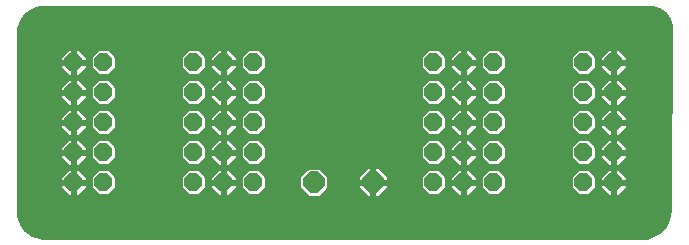
<source format=gbl>
G75*
%MOIN*%
%OFA0B0*%
%FSLAX25Y25*%
%IPPOS*%
%LPD*%
%AMOC8*
5,1,8,0,0,1.08239X$1,22.5*
%
%ADD10OC8,0.06000*%
%ADD11OC8,0.07050*%
%ADD12C,0.01000*%
D10*
X0021500Y0021500D03*
X0031500Y0021500D03*
X0031500Y0031500D03*
X0021500Y0031500D03*
X0021500Y0041500D03*
X0031500Y0041500D03*
X0031500Y0051500D03*
X0021500Y0051500D03*
X0021500Y0061500D03*
X0031500Y0061500D03*
X0061500Y0061500D03*
X0071500Y0061500D03*
X0081500Y0061500D03*
X0081500Y0051500D03*
X0071500Y0051500D03*
X0061500Y0051500D03*
X0061500Y0041500D03*
X0071500Y0041500D03*
X0081500Y0041500D03*
X0081500Y0031500D03*
X0071500Y0031500D03*
X0061500Y0031500D03*
X0061500Y0021500D03*
X0071500Y0021500D03*
X0081500Y0021500D03*
X0141500Y0021500D03*
X0151500Y0021500D03*
X0161500Y0021500D03*
X0161500Y0031500D03*
X0151500Y0031500D03*
X0141500Y0031500D03*
X0141500Y0041500D03*
X0151500Y0041500D03*
X0161500Y0041500D03*
X0161500Y0051500D03*
X0151500Y0051500D03*
X0141500Y0051500D03*
X0141500Y0061500D03*
X0151500Y0061500D03*
X0161500Y0061500D03*
X0191500Y0061500D03*
X0201500Y0061500D03*
X0201500Y0051500D03*
X0191500Y0051500D03*
X0191500Y0041500D03*
X0201500Y0041500D03*
X0201500Y0031500D03*
X0191500Y0031500D03*
X0191500Y0021500D03*
X0201500Y0021500D03*
D11*
X0121343Y0021500D03*
X0101657Y0021500D03*
D12*
X0007641Y0003926D02*
X0005490Y0005490D01*
X0003926Y0007641D01*
X0003105Y0010170D01*
X0003000Y0011500D01*
X0003000Y0071500D01*
X0003104Y0072824D01*
X0003922Y0075341D01*
X0005478Y0077483D01*
X0007620Y0079038D01*
X0010137Y0079856D01*
X0011461Y0079961D01*
X0213500Y0079961D01*
X0214626Y0079872D01*
X0216769Y0079176D01*
X0218592Y0077852D01*
X0219916Y0076029D01*
X0220612Y0073886D01*
X0220701Y0072761D01*
X0220205Y0015643D01*
X0220101Y0015480D01*
X0220199Y0015042D01*
X0220195Y0014593D01*
X0220291Y0014496D01*
X0220457Y0013324D01*
X0220162Y0010217D01*
X0218922Y0007353D01*
X0216857Y0005012D01*
X0214170Y0003424D01*
X0212790Y0003000D01*
X0011500Y0003000D01*
X0010170Y0003105D01*
X0007641Y0003926D01*
X0006848Y0004503D02*
X0215996Y0004503D01*
X0217289Y0005501D02*
X0005481Y0005501D01*
X0004755Y0006500D02*
X0218170Y0006500D01*
X0218985Y0007499D02*
X0004030Y0007499D01*
X0003648Y0008497D02*
X0219417Y0008497D01*
X0219850Y0009496D02*
X0003324Y0009496D01*
X0003079Y0010494D02*
X0220188Y0010494D01*
X0220283Y0011493D02*
X0003001Y0011493D01*
X0003000Y0012491D02*
X0220378Y0012491D01*
X0220433Y0013490D02*
X0003000Y0013490D01*
X0003000Y0014488D02*
X0220292Y0014488D01*
X0220105Y0015487D02*
X0003000Y0015487D01*
X0003000Y0016485D02*
X0119251Y0016485D01*
X0119261Y0016475D02*
X0116318Y0019419D01*
X0116318Y0021000D01*
X0120842Y0021000D01*
X0120842Y0022000D01*
X0116318Y0022000D01*
X0116318Y0023581D01*
X0119261Y0026525D01*
X0120843Y0026525D01*
X0120843Y0022000D01*
X0121842Y0022000D01*
X0121842Y0026525D01*
X0123424Y0026525D01*
X0126368Y0023581D01*
X0126368Y0022000D01*
X0121843Y0022000D01*
X0121843Y0021000D01*
X0126367Y0021000D01*
X0126368Y0019419D01*
X0123424Y0016475D01*
X0121842Y0016475D01*
X0121842Y0021000D01*
X0120843Y0021000D01*
X0120843Y0016475D01*
X0119261Y0016475D01*
X0120843Y0016485D02*
X0121842Y0016485D01*
X0123434Y0016485D02*
X0220212Y0016485D01*
X0220221Y0017484D02*
X0203848Y0017484D01*
X0203364Y0017000D02*
X0202000Y0017000D01*
X0202000Y0021000D01*
X0202000Y0022000D01*
X0201000Y0022000D01*
X0201000Y0026000D01*
X0199636Y0026000D01*
X0197000Y0023364D01*
X0197000Y0022000D01*
X0201000Y0022000D01*
X0201000Y0021000D01*
X0197000Y0021000D01*
X0197000Y0019636D01*
X0199636Y0017000D01*
X0201000Y0017000D01*
X0201000Y0021000D01*
X0202000Y0021000D01*
X0206000Y0021000D01*
X0206000Y0019636D01*
X0203364Y0017000D01*
X0202000Y0017484D02*
X0201000Y0017484D01*
X0201000Y0018482D02*
X0202000Y0018482D01*
X0202000Y0019481D02*
X0201000Y0019481D01*
X0201000Y0020479D02*
X0202000Y0020479D01*
X0202000Y0021478D02*
X0220255Y0021478D01*
X0220247Y0020479D02*
X0206000Y0020479D01*
X0205845Y0019481D02*
X0220238Y0019481D01*
X0220229Y0018482D02*
X0204846Y0018482D01*
X0199152Y0017484D02*
X0193565Y0017484D01*
X0193281Y0017200D02*
X0195800Y0019719D01*
X0195800Y0023281D01*
X0193281Y0025800D01*
X0189719Y0025800D01*
X0187200Y0023281D01*
X0187200Y0019719D01*
X0189719Y0017200D01*
X0193281Y0017200D01*
X0194563Y0018482D02*
X0198154Y0018482D01*
X0197155Y0019481D02*
X0195562Y0019481D01*
X0195800Y0020479D02*
X0197000Y0020479D01*
X0195800Y0021478D02*
X0201000Y0021478D01*
X0202000Y0022000D02*
X0202000Y0026000D01*
X0203364Y0026000D01*
X0206000Y0023364D01*
X0206000Y0022000D01*
X0202000Y0022000D01*
X0202000Y0022476D02*
X0201000Y0022476D01*
X0201000Y0023475D02*
X0202000Y0023475D01*
X0202000Y0024473D02*
X0201000Y0024473D01*
X0201000Y0025472D02*
X0202000Y0025472D01*
X0203892Y0025472D02*
X0220290Y0025472D01*
X0220299Y0026470D02*
X0123479Y0026470D01*
X0124477Y0025472D02*
X0139391Y0025472D01*
X0139719Y0025800D02*
X0137200Y0023281D01*
X0137200Y0019719D01*
X0139719Y0017200D01*
X0143281Y0017200D01*
X0145800Y0019719D01*
X0145800Y0023281D01*
X0143281Y0025800D01*
X0139719Y0025800D01*
X0139719Y0027200D02*
X0143281Y0027200D01*
X0145800Y0029719D01*
X0145800Y0033281D01*
X0143281Y0035800D01*
X0139719Y0035800D01*
X0137200Y0033281D01*
X0137200Y0029719D01*
X0139719Y0027200D01*
X0139450Y0027469D02*
X0083550Y0027469D01*
X0083281Y0027200D02*
X0085800Y0029719D01*
X0085800Y0033281D01*
X0083281Y0035800D01*
X0079719Y0035800D01*
X0077200Y0033281D01*
X0077200Y0029719D01*
X0079719Y0027200D01*
X0083281Y0027200D01*
X0083281Y0025800D02*
X0079719Y0025800D01*
X0077200Y0023281D01*
X0077200Y0019719D01*
X0079719Y0017200D01*
X0083281Y0017200D01*
X0085800Y0019719D01*
X0085800Y0023281D01*
X0083281Y0025800D01*
X0083609Y0025472D02*
X0098806Y0025472D01*
X0099659Y0026325D02*
X0096832Y0023499D01*
X0096832Y0019501D01*
X0099659Y0016675D01*
X0103656Y0016675D01*
X0106482Y0019501D01*
X0106482Y0023499D01*
X0103656Y0026325D01*
X0099659Y0026325D01*
X0097807Y0024473D02*
X0084608Y0024473D01*
X0085606Y0023475D02*
X0096832Y0023475D01*
X0096832Y0022476D02*
X0085800Y0022476D01*
X0085800Y0021478D02*
X0096832Y0021478D01*
X0096832Y0020479D02*
X0085800Y0020479D01*
X0085562Y0019481D02*
X0096853Y0019481D01*
X0097852Y0018482D02*
X0084563Y0018482D01*
X0083565Y0017484D02*
X0098850Y0017484D01*
X0104465Y0017484D02*
X0118252Y0017484D01*
X0117254Y0018482D02*
X0105463Y0018482D01*
X0106462Y0019481D02*
X0116318Y0019481D01*
X0116318Y0020479D02*
X0106482Y0020479D01*
X0106482Y0021478D02*
X0120842Y0021478D01*
X0120843Y0020479D02*
X0121842Y0020479D01*
X0121842Y0019481D02*
X0120843Y0019481D01*
X0120843Y0018482D02*
X0121842Y0018482D01*
X0121842Y0017484D02*
X0120843Y0017484D01*
X0124433Y0017484D02*
X0139435Y0017484D01*
X0138437Y0018482D02*
X0125431Y0018482D01*
X0126368Y0019481D02*
X0137438Y0019481D01*
X0137200Y0020479D02*
X0126368Y0020479D01*
X0121843Y0021478D02*
X0137200Y0021478D01*
X0137200Y0022476D02*
X0126368Y0022476D01*
X0126368Y0023475D02*
X0137394Y0023475D01*
X0138392Y0024473D02*
X0125476Y0024473D01*
X0121842Y0024473D02*
X0120843Y0024473D01*
X0120843Y0023475D02*
X0121842Y0023475D01*
X0121842Y0022476D02*
X0120843Y0022476D01*
X0117209Y0024473D02*
X0105508Y0024473D01*
X0106482Y0023475D02*
X0116318Y0023475D01*
X0116318Y0022476D02*
X0106482Y0022476D01*
X0104509Y0025472D02*
X0118208Y0025472D01*
X0119206Y0026470D02*
X0003000Y0026470D01*
X0003000Y0025472D02*
X0019108Y0025472D01*
X0019636Y0026000D02*
X0017000Y0023364D01*
X0017000Y0022000D01*
X0021000Y0022000D01*
X0021000Y0026000D01*
X0019636Y0026000D01*
X0019636Y0027000D02*
X0017000Y0029636D01*
X0017000Y0031000D01*
X0021000Y0031000D01*
X0021000Y0032000D01*
X0021000Y0036000D01*
X0019636Y0036000D01*
X0017000Y0033364D01*
X0017000Y0032000D01*
X0021000Y0032000D01*
X0022000Y0032000D01*
X0022000Y0036000D01*
X0023364Y0036000D01*
X0026000Y0033364D01*
X0026000Y0032000D01*
X0022000Y0032000D01*
X0022000Y0031000D01*
X0026000Y0031000D01*
X0026000Y0029636D01*
X0023364Y0027000D01*
X0022000Y0027000D01*
X0022000Y0031000D01*
X0021000Y0031000D01*
X0021000Y0027000D01*
X0019636Y0027000D01*
X0019167Y0027469D02*
X0003000Y0027469D01*
X0003000Y0028467D02*
X0018169Y0028467D01*
X0017170Y0029466D02*
X0003000Y0029466D01*
X0003000Y0030464D02*
X0017000Y0030464D01*
X0021000Y0030464D02*
X0022000Y0030464D01*
X0022000Y0029466D02*
X0021000Y0029466D01*
X0021000Y0028467D02*
X0022000Y0028467D01*
X0022000Y0027469D02*
X0021000Y0027469D01*
X0023833Y0027469D02*
X0029450Y0027469D01*
X0029719Y0027200D02*
X0033281Y0027200D01*
X0035800Y0029719D01*
X0035800Y0033281D01*
X0033281Y0035800D01*
X0029719Y0035800D01*
X0027200Y0033281D01*
X0027200Y0029719D01*
X0029719Y0027200D01*
X0029719Y0025800D02*
X0027200Y0023281D01*
X0027200Y0019719D01*
X0029719Y0017200D01*
X0033281Y0017200D01*
X0035800Y0019719D01*
X0035800Y0023281D01*
X0033281Y0025800D01*
X0029719Y0025800D01*
X0029391Y0025472D02*
X0023892Y0025472D01*
X0023364Y0026000D02*
X0022000Y0026000D01*
X0022000Y0022000D01*
X0021000Y0022000D01*
X0021000Y0021000D01*
X0017000Y0021000D01*
X0017000Y0019636D01*
X0019636Y0017000D01*
X0021000Y0017000D01*
X0021000Y0021000D01*
X0022000Y0021000D01*
X0022000Y0022000D01*
X0026000Y0022000D01*
X0026000Y0023364D01*
X0023364Y0026000D01*
X0022000Y0025472D02*
X0021000Y0025472D01*
X0021000Y0024473D02*
X0022000Y0024473D01*
X0022000Y0023475D02*
X0021000Y0023475D01*
X0021000Y0022476D02*
X0022000Y0022476D01*
X0022000Y0021478D02*
X0027200Y0021478D01*
X0027200Y0020479D02*
X0026000Y0020479D01*
X0026000Y0021000D02*
X0026000Y0019636D01*
X0023364Y0017000D01*
X0022000Y0017000D01*
X0022000Y0021000D01*
X0026000Y0021000D01*
X0026000Y0022476D02*
X0027200Y0022476D01*
X0027394Y0023475D02*
X0025889Y0023475D01*
X0024891Y0024473D02*
X0028392Y0024473D01*
X0033609Y0025472D02*
X0059391Y0025472D01*
X0059719Y0025800D02*
X0057200Y0023281D01*
X0057200Y0019719D01*
X0059719Y0017200D01*
X0063281Y0017200D01*
X0065800Y0019719D01*
X0065800Y0023281D01*
X0063281Y0025800D01*
X0059719Y0025800D01*
X0059719Y0027200D02*
X0063281Y0027200D01*
X0065800Y0029719D01*
X0065800Y0033281D01*
X0063281Y0035800D01*
X0059719Y0035800D01*
X0057200Y0033281D01*
X0057200Y0029719D01*
X0059719Y0027200D01*
X0059450Y0027469D02*
X0033550Y0027469D01*
X0034548Y0028467D02*
X0058452Y0028467D01*
X0057453Y0029466D02*
X0035547Y0029466D01*
X0035800Y0030464D02*
X0057200Y0030464D01*
X0057200Y0031463D02*
X0035800Y0031463D01*
X0035800Y0032461D02*
X0057200Y0032461D01*
X0057379Y0033460D02*
X0035621Y0033460D01*
X0034623Y0034458D02*
X0058377Y0034458D01*
X0059376Y0035457D02*
X0033624Y0035457D01*
X0033281Y0037200D02*
X0029719Y0037200D01*
X0027200Y0039719D01*
X0027200Y0043281D01*
X0029719Y0045800D01*
X0033281Y0045800D01*
X0035800Y0043281D01*
X0035800Y0039719D01*
X0033281Y0037200D01*
X0033535Y0037454D02*
X0059465Y0037454D01*
X0059719Y0037200D02*
X0063281Y0037200D01*
X0065800Y0039719D01*
X0065800Y0043281D01*
X0063281Y0045800D01*
X0059719Y0045800D01*
X0057200Y0043281D01*
X0057200Y0039719D01*
X0059719Y0037200D01*
X0058467Y0038452D02*
X0034533Y0038452D01*
X0035532Y0039451D02*
X0057468Y0039451D01*
X0057200Y0040449D02*
X0035800Y0040449D01*
X0035800Y0041448D02*
X0057200Y0041448D01*
X0057200Y0042446D02*
X0035800Y0042446D01*
X0035636Y0043445D02*
X0057364Y0043445D01*
X0058362Y0044443D02*
X0034638Y0044443D01*
X0033639Y0045442D02*
X0059361Y0045442D01*
X0059719Y0047200D02*
X0063281Y0047200D01*
X0065800Y0049719D01*
X0065800Y0053281D01*
X0063281Y0055800D01*
X0059719Y0055800D01*
X0057200Y0053281D01*
X0057200Y0049719D01*
X0059719Y0047200D01*
X0059480Y0047439D02*
X0033520Y0047439D01*
X0033281Y0047200D02*
X0035800Y0049719D01*
X0035800Y0053281D01*
X0033281Y0055800D01*
X0029719Y0055800D01*
X0027200Y0053281D01*
X0027200Y0049719D01*
X0029719Y0047200D01*
X0033281Y0047200D01*
X0029480Y0047439D02*
X0023803Y0047439D01*
X0023364Y0047000D02*
X0022000Y0047000D01*
X0022000Y0051000D01*
X0022000Y0052000D01*
X0021000Y0052000D01*
X0021000Y0056000D01*
X0019636Y0056000D01*
X0017000Y0053364D01*
X0017000Y0052000D01*
X0021000Y0052000D01*
X0021000Y0051000D01*
X0017000Y0051000D01*
X0017000Y0049636D01*
X0019636Y0047000D01*
X0021000Y0047000D01*
X0021000Y0051000D01*
X0022000Y0051000D01*
X0026000Y0051000D01*
X0026000Y0049636D01*
X0023364Y0047000D01*
X0023364Y0046000D02*
X0022000Y0046000D01*
X0022000Y0042000D01*
X0021000Y0042000D01*
X0021000Y0046000D01*
X0019636Y0046000D01*
X0017000Y0043364D01*
X0017000Y0042000D01*
X0021000Y0042000D01*
X0021000Y0041000D01*
X0017000Y0041000D01*
X0017000Y0039636D01*
X0019636Y0037000D01*
X0021000Y0037000D01*
X0021000Y0041000D01*
X0022000Y0041000D01*
X0022000Y0042000D01*
X0026000Y0042000D01*
X0026000Y0043364D01*
X0023364Y0046000D01*
X0023922Y0045442D02*
X0029361Y0045442D01*
X0028362Y0044443D02*
X0024921Y0044443D01*
X0025919Y0043445D02*
X0027364Y0043445D01*
X0027200Y0042446D02*
X0026000Y0042446D01*
X0026000Y0041000D02*
X0022000Y0041000D01*
X0022000Y0037000D01*
X0023364Y0037000D01*
X0026000Y0039636D01*
X0026000Y0041000D01*
X0026000Y0040449D02*
X0027200Y0040449D01*
X0027200Y0041448D02*
X0022000Y0041448D01*
X0022000Y0040449D02*
X0021000Y0040449D01*
X0021000Y0039451D02*
X0022000Y0039451D01*
X0022000Y0038452D02*
X0021000Y0038452D01*
X0021000Y0037454D02*
X0022000Y0037454D01*
X0023818Y0037454D02*
X0029465Y0037454D01*
X0028467Y0038452D02*
X0024816Y0038452D01*
X0025815Y0039451D02*
X0027468Y0039451D01*
X0021000Y0041448D02*
X0003000Y0041448D01*
X0003000Y0040449D02*
X0017000Y0040449D01*
X0017185Y0039451D02*
X0003000Y0039451D01*
X0003000Y0038452D02*
X0018184Y0038452D01*
X0019182Y0037454D02*
X0003000Y0037454D01*
X0003000Y0036455D02*
X0220385Y0036455D01*
X0220377Y0035457D02*
X0203907Y0035457D01*
X0203364Y0036000D02*
X0202000Y0036000D01*
X0202000Y0032000D01*
X0201000Y0032000D01*
X0201000Y0036000D01*
X0199636Y0036000D01*
X0197000Y0033364D01*
X0197000Y0032000D01*
X0201000Y0032000D01*
X0201000Y0031000D01*
X0197000Y0031000D01*
X0197000Y0029636D01*
X0199636Y0027000D01*
X0201000Y0027000D01*
X0201000Y0031000D01*
X0202000Y0031000D01*
X0202000Y0032000D01*
X0206000Y0032000D01*
X0206000Y0033364D01*
X0203364Y0036000D01*
X0203364Y0037000D02*
X0202000Y0037000D01*
X0202000Y0041000D01*
X0202000Y0042000D01*
X0201000Y0042000D01*
X0201000Y0046000D01*
X0199636Y0046000D01*
X0197000Y0043364D01*
X0197000Y0042000D01*
X0201000Y0042000D01*
X0201000Y0041000D01*
X0197000Y0041000D01*
X0197000Y0039636D01*
X0199636Y0037000D01*
X0201000Y0037000D01*
X0201000Y0041000D01*
X0202000Y0041000D01*
X0206000Y0041000D01*
X0206000Y0039636D01*
X0203364Y0037000D01*
X0203818Y0037454D02*
X0220394Y0037454D01*
X0220403Y0038452D02*
X0204816Y0038452D01*
X0205815Y0039451D02*
X0220411Y0039451D01*
X0220420Y0040449D02*
X0206000Y0040449D01*
X0206000Y0042000D02*
X0202000Y0042000D01*
X0202000Y0046000D01*
X0203364Y0046000D01*
X0206000Y0043364D01*
X0206000Y0042000D01*
X0206000Y0042446D02*
X0220437Y0042446D01*
X0220446Y0043445D02*
X0205919Y0043445D01*
X0204921Y0044443D02*
X0220455Y0044443D01*
X0220463Y0045442D02*
X0203922Y0045442D01*
X0202000Y0045442D02*
X0201000Y0045442D01*
X0201000Y0044443D02*
X0202000Y0044443D01*
X0202000Y0043445D02*
X0201000Y0043445D01*
X0201000Y0042446D02*
X0202000Y0042446D01*
X0202000Y0041448D02*
X0220429Y0041448D01*
X0220472Y0046440D02*
X0003000Y0046440D01*
X0003000Y0045442D02*
X0019078Y0045442D01*
X0018079Y0044443D02*
X0003000Y0044443D01*
X0003000Y0043445D02*
X0017081Y0043445D01*
X0017000Y0042446D02*
X0003000Y0042446D01*
X0003000Y0047439D02*
X0019197Y0047439D01*
X0018199Y0048437D02*
X0003000Y0048437D01*
X0003000Y0049436D02*
X0017200Y0049436D01*
X0017000Y0050434D02*
X0003000Y0050434D01*
X0003000Y0051433D02*
X0021000Y0051433D01*
X0021000Y0050434D02*
X0022000Y0050434D01*
X0022000Y0049436D02*
X0021000Y0049436D01*
X0021000Y0048437D02*
X0022000Y0048437D01*
X0022000Y0047439D02*
X0021000Y0047439D01*
X0024801Y0048437D02*
X0028481Y0048437D01*
X0027483Y0049436D02*
X0025800Y0049436D01*
X0026000Y0050434D02*
X0027200Y0050434D01*
X0027200Y0051433D02*
X0022000Y0051433D01*
X0022000Y0052000D02*
X0026000Y0052000D01*
X0026000Y0053364D01*
X0023364Y0056000D01*
X0022000Y0056000D01*
X0022000Y0052000D01*
X0022000Y0052432D02*
X0021000Y0052432D01*
X0021000Y0053430D02*
X0022000Y0053430D01*
X0022000Y0054429D02*
X0021000Y0054429D01*
X0021000Y0055427D02*
X0022000Y0055427D01*
X0023937Y0055427D02*
X0029346Y0055427D01*
X0028347Y0054429D02*
X0024935Y0054429D01*
X0025934Y0053430D02*
X0027349Y0053430D01*
X0027200Y0052432D02*
X0026000Y0052432D01*
X0019063Y0055427D02*
X0003000Y0055427D01*
X0003000Y0054429D02*
X0018065Y0054429D01*
X0017066Y0053430D02*
X0003000Y0053430D01*
X0003000Y0052432D02*
X0017000Y0052432D01*
X0019636Y0057000D02*
X0017000Y0059636D01*
X0017000Y0061000D01*
X0021000Y0061000D01*
X0021000Y0062000D01*
X0021000Y0066000D01*
X0019636Y0066000D01*
X0017000Y0063364D01*
X0017000Y0062000D01*
X0021000Y0062000D01*
X0022000Y0062000D01*
X0022000Y0066000D01*
X0023364Y0066000D01*
X0026000Y0063364D01*
X0026000Y0062000D01*
X0022000Y0062000D01*
X0022000Y0061000D01*
X0026000Y0061000D01*
X0026000Y0059636D01*
X0023364Y0057000D01*
X0022000Y0057000D01*
X0022000Y0061000D01*
X0021000Y0061000D01*
X0021000Y0057000D01*
X0019636Y0057000D01*
X0019212Y0057424D02*
X0003000Y0057424D01*
X0003000Y0058423D02*
X0018213Y0058423D01*
X0017215Y0059421D02*
X0003000Y0059421D01*
X0003000Y0060420D02*
X0017000Y0060420D01*
X0021000Y0060420D02*
X0022000Y0060420D01*
X0022000Y0061418D02*
X0027200Y0061418D01*
X0027200Y0060420D02*
X0026000Y0060420D01*
X0025785Y0059421D02*
X0027498Y0059421D01*
X0027200Y0059719D02*
X0029719Y0057200D01*
X0033281Y0057200D01*
X0035800Y0059719D01*
X0035800Y0063281D01*
X0033281Y0065800D01*
X0029719Y0065800D01*
X0027200Y0063281D01*
X0027200Y0059719D01*
X0028496Y0058423D02*
X0024787Y0058423D01*
X0023788Y0057424D02*
X0029495Y0057424D01*
X0033505Y0057424D02*
X0059495Y0057424D01*
X0059719Y0057200D02*
X0063281Y0057200D01*
X0065800Y0059719D01*
X0065800Y0063281D01*
X0063281Y0065800D01*
X0059719Y0065800D01*
X0057200Y0063281D01*
X0057200Y0059719D01*
X0059719Y0057200D01*
X0058496Y0058423D02*
X0034504Y0058423D01*
X0035502Y0059421D02*
X0057498Y0059421D01*
X0057200Y0060420D02*
X0035800Y0060420D01*
X0035800Y0061418D02*
X0057200Y0061418D01*
X0057200Y0062417D02*
X0035800Y0062417D01*
X0035666Y0063415D02*
X0057334Y0063415D01*
X0058333Y0064414D02*
X0034667Y0064414D01*
X0033669Y0065412D02*
X0059331Y0065412D01*
X0063669Y0065412D02*
X0069048Y0065412D01*
X0069636Y0066000D02*
X0067000Y0063364D01*
X0067000Y0062000D01*
X0071000Y0062000D01*
X0071000Y0066000D01*
X0069636Y0066000D01*
X0071000Y0065412D02*
X0072000Y0065412D01*
X0072000Y0066000D02*
X0073364Y0066000D01*
X0076000Y0063364D01*
X0076000Y0062000D01*
X0072000Y0062000D01*
X0072000Y0061000D01*
X0076000Y0061000D01*
X0076000Y0059636D01*
X0073364Y0057000D01*
X0072000Y0057000D01*
X0072000Y0061000D01*
X0071000Y0061000D01*
X0071000Y0057000D01*
X0069636Y0057000D01*
X0067000Y0059636D01*
X0067000Y0061000D01*
X0071000Y0061000D01*
X0071000Y0062000D01*
X0072000Y0062000D01*
X0072000Y0066000D01*
X0073952Y0065412D02*
X0079331Y0065412D01*
X0079719Y0065800D02*
X0077200Y0063281D01*
X0077200Y0059719D01*
X0079719Y0057200D01*
X0083281Y0057200D01*
X0085800Y0059719D01*
X0085800Y0063281D01*
X0083281Y0065800D01*
X0079719Y0065800D01*
X0078333Y0064414D02*
X0074950Y0064414D01*
X0075949Y0063415D02*
X0077334Y0063415D01*
X0077200Y0062417D02*
X0076000Y0062417D01*
X0077200Y0061418D02*
X0072000Y0061418D01*
X0072000Y0060420D02*
X0071000Y0060420D01*
X0071000Y0061418D02*
X0065800Y0061418D01*
X0065800Y0060420D02*
X0067000Y0060420D01*
X0067215Y0059421D02*
X0065502Y0059421D01*
X0064504Y0058423D02*
X0068213Y0058423D01*
X0069212Y0057424D02*
X0063505Y0057424D01*
X0063654Y0055427D02*
X0069063Y0055427D01*
X0069636Y0056000D02*
X0067000Y0053364D01*
X0067000Y0052000D01*
X0071000Y0052000D01*
X0071000Y0056000D01*
X0069636Y0056000D01*
X0071000Y0055427D02*
X0072000Y0055427D01*
X0072000Y0056000D02*
X0073364Y0056000D01*
X0076000Y0053364D01*
X0076000Y0052000D01*
X0072000Y0052000D01*
X0072000Y0051000D01*
X0076000Y0051000D01*
X0076000Y0049636D01*
X0073364Y0047000D01*
X0072000Y0047000D01*
X0072000Y0051000D01*
X0071000Y0051000D01*
X0071000Y0047000D01*
X0069636Y0047000D01*
X0067000Y0049636D01*
X0067000Y0051000D01*
X0071000Y0051000D01*
X0071000Y0052000D01*
X0072000Y0052000D01*
X0072000Y0056000D01*
X0073937Y0055427D02*
X0079346Y0055427D01*
X0079719Y0055800D02*
X0077200Y0053281D01*
X0077200Y0049719D01*
X0079719Y0047200D01*
X0083281Y0047200D01*
X0085800Y0049719D01*
X0085800Y0053281D01*
X0083281Y0055800D01*
X0079719Y0055800D01*
X0079495Y0057424D02*
X0073788Y0057424D01*
X0074787Y0058423D02*
X0078496Y0058423D01*
X0077498Y0059421D02*
X0075785Y0059421D01*
X0076000Y0060420D02*
X0077200Y0060420D01*
X0072000Y0059421D02*
X0071000Y0059421D01*
X0071000Y0058423D02*
X0072000Y0058423D01*
X0072000Y0057424D02*
X0071000Y0057424D01*
X0071000Y0054429D02*
X0072000Y0054429D01*
X0072000Y0053430D02*
X0071000Y0053430D01*
X0071000Y0052432D02*
X0072000Y0052432D01*
X0072000Y0051433D02*
X0077200Y0051433D01*
X0077200Y0050434D02*
X0076000Y0050434D01*
X0075800Y0049436D02*
X0077483Y0049436D01*
X0078481Y0048437D02*
X0074801Y0048437D01*
X0073803Y0047439D02*
X0079480Y0047439D01*
X0079719Y0045800D02*
X0077200Y0043281D01*
X0077200Y0039719D01*
X0079719Y0037200D01*
X0083281Y0037200D01*
X0085800Y0039719D01*
X0085800Y0043281D01*
X0083281Y0045800D01*
X0079719Y0045800D01*
X0079361Y0045442D02*
X0073922Y0045442D01*
X0073364Y0046000D02*
X0072000Y0046000D01*
X0072000Y0042000D01*
X0076000Y0042000D01*
X0076000Y0043364D01*
X0073364Y0046000D01*
X0072000Y0045442D02*
X0071000Y0045442D01*
X0071000Y0046000D02*
X0069636Y0046000D01*
X0067000Y0043364D01*
X0067000Y0042000D01*
X0071000Y0042000D01*
X0071000Y0046000D01*
X0069078Y0045442D02*
X0063639Y0045442D01*
X0064638Y0044443D02*
X0068079Y0044443D01*
X0067081Y0043445D02*
X0065636Y0043445D01*
X0065800Y0042446D02*
X0067000Y0042446D01*
X0071000Y0042446D02*
X0072000Y0042446D01*
X0072000Y0042000D02*
X0071000Y0042000D01*
X0071000Y0041000D01*
X0072000Y0041000D01*
X0072000Y0042000D01*
X0072000Y0041448D02*
X0077200Y0041448D01*
X0077200Y0040449D02*
X0076000Y0040449D01*
X0076000Y0041000D02*
X0076000Y0039636D01*
X0073364Y0037000D01*
X0072000Y0037000D01*
X0072000Y0041000D01*
X0076000Y0041000D01*
X0076000Y0042446D02*
X0077200Y0042446D01*
X0077364Y0043445D02*
X0075919Y0043445D01*
X0074921Y0044443D02*
X0078362Y0044443D01*
X0083639Y0045442D02*
X0139361Y0045442D01*
X0139719Y0045800D02*
X0137200Y0043281D01*
X0137200Y0039719D01*
X0139719Y0037200D01*
X0143281Y0037200D01*
X0145800Y0039719D01*
X0145800Y0043281D01*
X0143281Y0045800D01*
X0139719Y0045800D01*
X0139719Y0047200D02*
X0143281Y0047200D01*
X0145800Y0049719D01*
X0145800Y0053281D01*
X0143281Y0055800D01*
X0139719Y0055800D01*
X0137200Y0053281D01*
X0137200Y0049719D01*
X0139719Y0047200D01*
X0139480Y0047439D02*
X0083520Y0047439D01*
X0084519Y0048437D02*
X0138481Y0048437D01*
X0137483Y0049436D02*
X0085517Y0049436D01*
X0085800Y0050434D02*
X0137200Y0050434D01*
X0137200Y0051433D02*
X0085800Y0051433D01*
X0085800Y0052432D02*
X0137200Y0052432D01*
X0137349Y0053430D02*
X0085651Y0053430D01*
X0084653Y0054429D02*
X0138347Y0054429D01*
X0139346Y0055427D02*
X0083654Y0055427D01*
X0078347Y0054429D02*
X0074935Y0054429D01*
X0075934Y0053430D02*
X0077349Y0053430D01*
X0077200Y0052432D02*
X0076000Y0052432D01*
X0072000Y0050434D02*
X0071000Y0050434D01*
X0071000Y0049436D02*
X0072000Y0049436D01*
X0072000Y0048437D02*
X0071000Y0048437D01*
X0071000Y0047439D02*
X0072000Y0047439D01*
X0069197Y0047439D02*
X0063520Y0047439D01*
X0064519Y0048437D02*
X0068199Y0048437D01*
X0067200Y0049436D02*
X0065517Y0049436D01*
X0065800Y0050434D02*
X0067000Y0050434D01*
X0065800Y0051433D02*
X0071000Y0051433D01*
X0067000Y0052432D02*
X0065800Y0052432D01*
X0065651Y0053430D02*
X0067066Y0053430D01*
X0068065Y0054429D02*
X0064653Y0054429D01*
X0059346Y0055427D02*
X0033654Y0055427D01*
X0034653Y0054429D02*
X0058347Y0054429D01*
X0057349Y0053430D02*
X0035651Y0053430D01*
X0035800Y0052432D02*
X0057200Y0052432D01*
X0057200Y0051433D02*
X0035800Y0051433D01*
X0035800Y0050434D02*
X0057200Y0050434D01*
X0057483Y0049436D02*
X0035517Y0049436D01*
X0034519Y0048437D02*
X0058481Y0048437D01*
X0071000Y0044443D02*
X0072000Y0044443D01*
X0072000Y0043445D02*
X0071000Y0043445D01*
X0071000Y0041448D02*
X0065800Y0041448D01*
X0065800Y0040449D02*
X0067000Y0040449D01*
X0067000Y0041000D02*
X0067000Y0039636D01*
X0069636Y0037000D01*
X0071000Y0037000D01*
X0071000Y0041000D01*
X0067000Y0041000D01*
X0071000Y0040449D02*
X0072000Y0040449D01*
X0072000Y0039451D02*
X0071000Y0039451D01*
X0071000Y0038452D02*
X0072000Y0038452D01*
X0072000Y0037454D02*
X0071000Y0037454D01*
X0069182Y0037454D02*
X0063535Y0037454D01*
X0064533Y0038452D02*
X0068184Y0038452D01*
X0067185Y0039451D02*
X0065532Y0039451D01*
X0069636Y0036000D02*
X0067000Y0033364D01*
X0067000Y0032000D01*
X0071000Y0032000D01*
X0071000Y0036000D01*
X0069636Y0036000D01*
X0069093Y0035457D02*
X0063624Y0035457D01*
X0064623Y0034458D02*
X0068094Y0034458D01*
X0067096Y0033460D02*
X0065621Y0033460D01*
X0065800Y0032461D02*
X0067000Y0032461D01*
X0071000Y0032461D02*
X0072000Y0032461D01*
X0072000Y0032000D02*
X0071000Y0032000D01*
X0071000Y0031000D01*
X0072000Y0031000D01*
X0072000Y0032000D01*
X0076000Y0032000D01*
X0076000Y0033364D01*
X0073364Y0036000D01*
X0072000Y0036000D01*
X0072000Y0032000D01*
X0072000Y0031463D02*
X0077200Y0031463D01*
X0077200Y0030464D02*
X0076000Y0030464D01*
X0076000Y0031000D02*
X0076000Y0029636D01*
X0073364Y0027000D01*
X0072000Y0027000D01*
X0072000Y0031000D01*
X0076000Y0031000D01*
X0076000Y0032461D02*
X0077200Y0032461D01*
X0077379Y0033460D02*
X0075904Y0033460D01*
X0074906Y0034458D02*
X0078377Y0034458D01*
X0079376Y0035457D02*
X0073907Y0035457D01*
X0072000Y0035457D02*
X0071000Y0035457D01*
X0071000Y0034458D02*
X0072000Y0034458D01*
X0072000Y0033460D02*
X0071000Y0033460D01*
X0071000Y0031463D02*
X0065800Y0031463D01*
X0065800Y0030464D02*
X0067000Y0030464D01*
X0067000Y0031000D02*
X0067000Y0029636D01*
X0069636Y0027000D01*
X0071000Y0027000D01*
X0071000Y0031000D01*
X0067000Y0031000D01*
X0071000Y0030464D02*
X0072000Y0030464D01*
X0072000Y0029466D02*
X0071000Y0029466D01*
X0071000Y0028467D02*
X0072000Y0028467D01*
X0072000Y0027469D02*
X0071000Y0027469D01*
X0069167Y0027469D02*
X0063550Y0027469D01*
X0064548Y0028467D02*
X0068169Y0028467D01*
X0067170Y0029466D02*
X0065547Y0029466D01*
X0069636Y0026000D02*
X0067000Y0023364D01*
X0067000Y0022000D01*
X0071000Y0022000D01*
X0071000Y0026000D01*
X0069636Y0026000D01*
X0069108Y0025472D02*
X0063609Y0025472D01*
X0064608Y0024473D02*
X0068109Y0024473D01*
X0067111Y0023475D02*
X0065606Y0023475D01*
X0065800Y0022476D02*
X0067000Y0022476D01*
X0071000Y0022476D02*
X0072000Y0022476D01*
X0072000Y0022000D02*
X0071000Y0022000D01*
X0071000Y0021000D01*
X0072000Y0021000D01*
X0072000Y0022000D01*
X0076000Y0022000D01*
X0076000Y0023364D01*
X0073364Y0026000D01*
X0072000Y0026000D01*
X0072000Y0022000D01*
X0072000Y0021478D02*
X0077200Y0021478D01*
X0077200Y0020479D02*
X0076000Y0020479D01*
X0076000Y0021000D02*
X0076000Y0019636D01*
X0073364Y0017000D01*
X0072000Y0017000D01*
X0072000Y0021000D01*
X0076000Y0021000D01*
X0076000Y0022476D02*
X0077200Y0022476D01*
X0077394Y0023475D02*
X0075889Y0023475D01*
X0074891Y0024473D02*
X0078392Y0024473D01*
X0079391Y0025472D02*
X0073892Y0025472D01*
X0072000Y0025472D02*
X0071000Y0025472D01*
X0071000Y0024473D02*
X0072000Y0024473D01*
X0072000Y0023475D02*
X0071000Y0023475D01*
X0071000Y0021478D02*
X0065800Y0021478D01*
X0065800Y0020479D02*
X0067000Y0020479D01*
X0067000Y0021000D02*
X0067000Y0019636D01*
X0069636Y0017000D01*
X0071000Y0017000D01*
X0071000Y0021000D01*
X0067000Y0021000D01*
X0071000Y0020479D02*
X0072000Y0020479D01*
X0072000Y0019481D02*
X0071000Y0019481D01*
X0071000Y0018482D02*
X0072000Y0018482D01*
X0072000Y0017484D02*
X0071000Y0017484D01*
X0069152Y0017484D02*
X0063565Y0017484D01*
X0064563Y0018482D02*
X0068154Y0018482D01*
X0067155Y0019481D02*
X0065562Y0019481D01*
X0059435Y0017484D02*
X0033565Y0017484D01*
X0034563Y0018482D02*
X0058437Y0018482D01*
X0057438Y0019481D02*
X0035562Y0019481D01*
X0035800Y0020479D02*
X0057200Y0020479D01*
X0057200Y0021478D02*
X0035800Y0021478D01*
X0035800Y0022476D02*
X0057200Y0022476D01*
X0057394Y0023475D02*
X0035606Y0023475D01*
X0034608Y0024473D02*
X0058392Y0024473D01*
X0073833Y0027469D02*
X0079450Y0027469D01*
X0078452Y0028467D02*
X0074831Y0028467D01*
X0075830Y0029466D02*
X0077453Y0029466D01*
X0084548Y0028467D02*
X0138452Y0028467D01*
X0137453Y0029466D02*
X0085547Y0029466D01*
X0085800Y0030464D02*
X0137200Y0030464D01*
X0137200Y0031463D02*
X0085800Y0031463D01*
X0085800Y0032461D02*
X0137200Y0032461D01*
X0137379Y0033460D02*
X0085621Y0033460D01*
X0084623Y0034458D02*
X0138377Y0034458D01*
X0139376Y0035457D02*
X0083624Y0035457D01*
X0083535Y0037454D02*
X0139465Y0037454D01*
X0138467Y0038452D02*
X0084533Y0038452D01*
X0085532Y0039451D02*
X0137468Y0039451D01*
X0137200Y0040449D02*
X0085800Y0040449D01*
X0085800Y0041448D02*
X0137200Y0041448D01*
X0137200Y0042446D02*
X0085800Y0042446D01*
X0085636Y0043445D02*
X0137364Y0043445D01*
X0138362Y0044443D02*
X0084638Y0044443D01*
X0077468Y0039451D02*
X0075815Y0039451D01*
X0074816Y0038452D02*
X0078467Y0038452D01*
X0079465Y0037454D02*
X0073818Y0037454D01*
X0029376Y0035457D02*
X0023907Y0035457D01*
X0024906Y0034458D02*
X0028377Y0034458D01*
X0027379Y0033460D02*
X0025904Y0033460D01*
X0026000Y0032461D02*
X0027200Y0032461D01*
X0027200Y0031463D02*
X0022000Y0031463D01*
X0021000Y0031463D02*
X0003000Y0031463D01*
X0003000Y0032461D02*
X0017000Y0032461D01*
X0017096Y0033460D02*
X0003000Y0033460D01*
X0003000Y0034458D02*
X0018094Y0034458D01*
X0019093Y0035457D02*
X0003000Y0035457D01*
X0021000Y0035457D02*
X0022000Y0035457D01*
X0022000Y0034458D02*
X0021000Y0034458D01*
X0021000Y0033460D02*
X0022000Y0033460D01*
X0022000Y0032461D02*
X0021000Y0032461D01*
X0026000Y0030464D02*
X0027200Y0030464D01*
X0027453Y0029466D02*
X0025830Y0029466D01*
X0024831Y0028467D02*
X0028452Y0028467D01*
X0018109Y0024473D02*
X0003000Y0024473D01*
X0003000Y0023475D02*
X0017111Y0023475D01*
X0017000Y0022476D02*
X0003000Y0022476D01*
X0003000Y0021478D02*
X0021000Y0021478D01*
X0021000Y0020479D02*
X0022000Y0020479D01*
X0022000Y0019481D02*
X0021000Y0019481D01*
X0021000Y0018482D02*
X0022000Y0018482D01*
X0022000Y0017484D02*
X0021000Y0017484D01*
X0019152Y0017484D02*
X0003000Y0017484D01*
X0003000Y0018482D02*
X0018154Y0018482D01*
X0017155Y0019481D02*
X0003000Y0019481D01*
X0003000Y0020479D02*
X0017000Y0020479D01*
X0023848Y0017484D02*
X0029435Y0017484D01*
X0028437Y0018482D02*
X0024846Y0018482D01*
X0025845Y0019481D02*
X0027438Y0019481D01*
X0008940Y0003504D02*
X0214306Y0003504D01*
X0189435Y0017484D02*
X0163565Y0017484D01*
X0163281Y0017200D02*
X0165800Y0019719D01*
X0165800Y0023281D01*
X0163281Y0025800D01*
X0159719Y0025800D01*
X0157200Y0023281D01*
X0157200Y0019719D01*
X0159719Y0017200D01*
X0163281Y0017200D01*
X0164563Y0018482D02*
X0188437Y0018482D01*
X0187438Y0019481D02*
X0165562Y0019481D01*
X0165800Y0020479D02*
X0187200Y0020479D01*
X0187200Y0021478D02*
X0165800Y0021478D01*
X0165800Y0022476D02*
X0187200Y0022476D01*
X0187394Y0023475D02*
X0165606Y0023475D01*
X0164608Y0024473D02*
X0188392Y0024473D01*
X0189391Y0025472D02*
X0163609Y0025472D01*
X0163281Y0027200D02*
X0159719Y0027200D01*
X0157200Y0029719D01*
X0157200Y0033281D01*
X0159719Y0035800D01*
X0163281Y0035800D01*
X0165800Y0033281D01*
X0165800Y0029719D01*
X0163281Y0027200D01*
X0163550Y0027469D02*
X0189450Y0027469D01*
X0189719Y0027200D02*
X0193281Y0027200D01*
X0195800Y0029719D01*
X0195800Y0033281D01*
X0193281Y0035800D01*
X0189719Y0035800D01*
X0187200Y0033281D01*
X0187200Y0029719D01*
X0189719Y0027200D01*
X0188452Y0028467D02*
X0164548Y0028467D01*
X0165547Y0029466D02*
X0187453Y0029466D01*
X0187200Y0030464D02*
X0165800Y0030464D01*
X0165800Y0031463D02*
X0187200Y0031463D01*
X0187200Y0032461D02*
X0165800Y0032461D01*
X0165621Y0033460D02*
X0187379Y0033460D01*
X0188377Y0034458D02*
X0164623Y0034458D01*
X0163624Y0035457D02*
X0189376Y0035457D01*
X0189719Y0037200D02*
X0193281Y0037200D01*
X0195800Y0039719D01*
X0195800Y0043281D01*
X0193281Y0045800D01*
X0189719Y0045800D01*
X0187200Y0043281D01*
X0187200Y0039719D01*
X0189719Y0037200D01*
X0189465Y0037454D02*
X0163535Y0037454D01*
X0163281Y0037200D02*
X0165800Y0039719D01*
X0165800Y0043281D01*
X0163281Y0045800D01*
X0159719Y0045800D01*
X0157200Y0043281D01*
X0157200Y0039719D01*
X0159719Y0037200D01*
X0163281Y0037200D01*
X0164533Y0038452D02*
X0188467Y0038452D01*
X0187468Y0039451D02*
X0165532Y0039451D01*
X0165800Y0040449D02*
X0187200Y0040449D01*
X0187200Y0041448D02*
X0165800Y0041448D01*
X0165800Y0042446D02*
X0187200Y0042446D01*
X0187364Y0043445D02*
X0165636Y0043445D01*
X0164638Y0044443D02*
X0188362Y0044443D01*
X0189361Y0045442D02*
X0163639Y0045442D01*
X0163281Y0047200D02*
X0159719Y0047200D01*
X0157200Y0049719D01*
X0157200Y0053281D01*
X0159719Y0055800D01*
X0163281Y0055800D01*
X0165800Y0053281D01*
X0165800Y0049719D01*
X0163281Y0047200D01*
X0163520Y0047439D02*
X0189480Y0047439D01*
X0189719Y0047200D02*
X0193281Y0047200D01*
X0195800Y0049719D01*
X0195800Y0053281D01*
X0193281Y0055800D01*
X0189719Y0055800D01*
X0187200Y0053281D01*
X0187200Y0049719D01*
X0189719Y0047200D01*
X0188481Y0048437D02*
X0164519Y0048437D01*
X0165517Y0049436D02*
X0187483Y0049436D01*
X0187200Y0050434D02*
X0165800Y0050434D01*
X0165800Y0051433D02*
X0187200Y0051433D01*
X0187200Y0052432D02*
X0165800Y0052432D01*
X0165651Y0053430D02*
X0187349Y0053430D01*
X0188347Y0054429D02*
X0164653Y0054429D01*
X0163654Y0055427D02*
X0189346Y0055427D01*
X0189719Y0057200D02*
X0193281Y0057200D01*
X0195800Y0059719D01*
X0195800Y0063281D01*
X0193281Y0065800D01*
X0189719Y0065800D01*
X0187200Y0063281D01*
X0187200Y0059719D01*
X0189719Y0057200D01*
X0189495Y0057424D02*
X0163505Y0057424D01*
X0163281Y0057200D02*
X0165800Y0059719D01*
X0165800Y0063281D01*
X0163281Y0065800D01*
X0159719Y0065800D01*
X0157200Y0063281D01*
X0157200Y0059719D01*
X0159719Y0057200D01*
X0163281Y0057200D01*
X0164504Y0058423D02*
X0188496Y0058423D01*
X0187498Y0059421D02*
X0165502Y0059421D01*
X0165800Y0060420D02*
X0187200Y0060420D01*
X0187200Y0061418D02*
X0165800Y0061418D01*
X0165800Y0062417D02*
X0187200Y0062417D01*
X0187334Y0063415D02*
X0165666Y0063415D01*
X0164667Y0064414D02*
X0188333Y0064414D01*
X0189331Y0065412D02*
X0163669Y0065412D01*
X0159331Y0065412D02*
X0153952Y0065412D01*
X0153364Y0066000D02*
X0152000Y0066000D01*
X0152000Y0062000D01*
X0156000Y0062000D01*
X0156000Y0063364D01*
X0153364Y0066000D01*
X0152000Y0065412D02*
X0151000Y0065412D01*
X0151000Y0066000D02*
X0149636Y0066000D01*
X0147000Y0063364D01*
X0147000Y0062000D01*
X0151000Y0062000D01*
X0151000Y0066000D01*
X0149048Y0065412D02*
X0143669Y0065412D01*
X0143281Y0065800D02*
X0139719Y0065800D01*
X0137200Y0063281D01*
X0137200Y0059719D01*
X0139719Y0057200D01*
X0143281Y0057200D01*
X0145800Y0059719D01*
X0145800Y0063281D01*
X0143281Y0065800D01*
X0144667Y0064414D02*
X0148050Y0064414D01*
X0147051Y0063415D02*
X0145666Y0063415D01*
X0145800Y0062417D02*
X0147000Y0062417D01*
X0147000Y0061000D02*
X0147000Y0059636D01*
X0149636Y0057000D01*
X0151000Y0057000D01*
X0151000Y0061000D01*
X0152000Y0061000D01*
X0152000Y0062000D01*
X0151000Y0062000D01*
X0151000Y0061000D01*
X0147000Y0061000D01*
X0147000Y0060420D02*
X0145800Y0060420D01*
X0145800Y0061418D02*
X0151000Y0061418D01*
X0151000Y0060420D02*
X0152000Y0060420D01*
X0152000Y0061000D02*
X0152000Y0057000D01*
X0153364Y0057000D01*
X0156000Y0059636D01*
X0156000Y0061000D01*
X0152000Y0061000D01*
X0152000Y0061418D02*
X0157200Y0061418D01*
X0157200Y0060420D02*
X0156000Y0060420D01*
X0155785Y0059421D02*
X0157498Y0059421D01*
X0158496Y0058423D02*
X0154787Y0058423D01*
X0153788Y0057424D02*
X0159495Y0057424D01*
X0159346Y0055427D02*
X0153937Y0055427D01*
X0153364Y0056000D02*
X0152000Y0056000D01*
X0152000Y0052000D01*
X0156000Y0052000D01*
X0156000Y0053364D01*
X0153364Y0056000D01*
X0152000Y0055427D02*
X0151000Y0055427D01*
X0151000Y0056000D02*
X0149636Y0056000D01*
X0147000Y0053364D01*
X0147000Y0052000D01*
X0151000Y0052000D01*
X0151000Y0056000D01*
X0149063Y0055427D02*
X0143654Y0055427D01*
X0144653Y0054429D02*
X0148065Y0054429D01*
X0147066Y0053430D02*
X0145651Y0053430D01*
X0145800Y0052432D02*
X0147000Y0052432D01*
X0147000Y0051000D02*
X0147000Y0049636D01*
X0149636Y0047000D01*
X0151000Y0047000D01*
X0151000Y0051000D01*
X0152000Y0051000D01*
X0152000Y0052000D01*
X0151000Y0052000D01*
X0151000Y0051000D01*
X0147000Y0051000D01*
X0147000Y0050434D02*
X0145800Y0050434D01*
X0145800Y0051433D02*
X0151000Y0051433D01*
X0151000Y0050434D02*
X0152000Y0050434D01*
X0152000Y0051000D02*
X0152000Y0047000D01*
X0153364Y0047000D01*
X0156000Y0049636D01*
X0156000Y0051000D01*
X0152000Y0051000D01*
X0152000Y0051433D02*
X0157200Y0051433D01*
X0157200Y0050434D02*
X0156000Y0050434D01*
X0155800Y0049436D02*
X0157483Y0049436D01*
X0158481Y0048437D02*
X0154801Y0048437D01*
X0153803Y0047439D02*
X0159480Y0047439D01*
X0159361Y0045442D02*
X0153922Y0045442D01*
X0153364Y0046000D02*
X0152000Y0046000D01*
X0152000Y0042000D01*
X0156000Y0042000D01*
X0156000Y0043364D01*
X0153364Y0046000D01*
X0152000Y0045442D02*
X0151000Y0045442D01*
X0151000Y0046000D02*
X0149636Y0046000D01*
X0147000Y0043364D01*
X0147000Y0042000D01*
X0151000Y0042000D01*
X0151000Y0046000D01*
X0149078Y0045442D02*
X0143639Y0045442D01*
X0144638Y0044443D02*
X0148079Y0044443D01*
X0147081Y0043445D02*
X0145636Y0043445D01*
X0145800Y0042446D02*
X0147000Y0042446D01*
X0147000Y0041000D02*
X0147000Y0039636D01*
X0149636Y0037000D01*
X0151000Y0037000D01*
X0151000Y0041000D01*
X0152000Y0041000D01*
X0152000Y0042000D01*
X0151000Y0042000D01*
X0151000Y0041000D01*
X0147000Y0041000D01*
X0147000Y0040449D02*
X0145800Y0040449D01*
X0145800Y0041448D02*
X0151000Y0041448D01*
X0151000Y0040449D02*
X0152000Y0040449D01*
X0152000Y0041000D02*
X0152000Y0037000D01*
X0153364Y0037000D01*
X0156000Y0039636D01*
X0156000Y0041000D01*
X0152000Y0041000D01*
X0152000Y0041448D02*
X0157200Y0041448D01*
X0157200Y0040449D02*
X0156000Y0040449D01*
X0155815Y0039451D02*
X0157468Y0039451D01*
X0158467Y0038452D02*
X0154816Y0038452D01*
X0153818Y0037454D02*
X0159465Y0037454D01*
X0159376Y0035457D02*
X0153907Y0035457D01*
X0153364Y0036000D02*
X0152000Y0036000D01*
X0152000Y0032000D01*
X0156000Y0032000D01*
X0156000Y0033364D01*
X0153364Y0036000D01*
X0152000Y0035457D02*
X0151000Y0035457D01*
X0151000Y0036000D02*
X0149636Y0036000D01*
X0147000Y0033364D01*
X0147000Y0032000D01*
X0151000Y0032000D01*
X0151000Y0036000D01*
X0149093Y0035457D02*
X0143624Y0035457D01*
X0144623Y0034458D02*
X0148094Y0034458D01*
X0147096Y0033460D02*
X0145621Y0033460D01*
X0145800Y0032461D02*
X0147000Y0032461D01*
X0147000Y0031000D02*
X0147000Y0029636D01*
X0149636Y0027000D01*
X0151000Y0027000D01*
X0151000Y0031000D01*
X0152000Y0031000D01*
X0152000Y0032000D01*
X0151000Y0032000D01*
X0151000Y0031000D01*
X0147000Y0031000D01*
X0147000Y0030464D02*
X0145800Y0030464D01*
X0145800Y0031463D02*
X0151000Y0031463D01*
X0151000Y0030464D02*
X0152000Y0030464D01*
X0152000Y0031000D02*
X0152000Y0027000D01*
X0153364Y0027000D01*
X0156000Y0029636D01*
X0156000Y0031000D01*
X0152000Y0031000D01*
X0152000Y0031463D02*
X0157200Y0031463D01*
X0157200Y0030464D02*
X0156000Y0030464D01*
X0155830Y0029466D02*
X0157453Y0029466D01*
X0158452Y0028467D02*
X0154831Y0028467D01*
X0153833Y0027469D02*
X0159450Y0027469D01*
X0159391Y0025472D02*
X0153892Y0025472D01*
X0153364Y0026000D02*
X0152000Y0026000D01*
X0152000Y0022000D01*
X0156000Y0022000D01*
X0156000Y0023364D01*
X0153364Y0026000D01*
X0152000Y0025472D02*
X0151000Y0025472D01*
X0151000Y0026000D02*
X0149636Y0026000D01*
X0147000Y0023364D01*
X0147000Y0022000D01*
X0151000Y0022000D01*
X0151000Y0026000D01*
X0149108Y0025472D02*
X0143609Y0025472D01*
X0144608Y0024473D02*
X0148109Y0024473D01*
X0147111Y0023475D02*
X0145606Y0023475D01*
X0145800Y0022476D02*
X0147000Y0022476D01*
X0147000Y0021000D02*
X0147000Y0019636D01*
X0149636Y0017000D01*
X0151000Y0017000D01*
X0151000Y0021000D01*
X0152000Y0021000D01*
X0152000Y0022000D01*
X0151000Y0022000D01*
X0151000Y0021000D01*
X0147000Y0021000D01*
X0147000Y0020479D02*
X0145800Y0020479D01*
X0145800Y0021478D02*
X0151000Y0021478D01*
X0151000Y0020479D02*
X0152000Y0020479D01*
X0152000Y0021000D02*
X0152000Y0017000D01*
X0153364Y0017000D01*
X0156000Y0019636D01*
X0156000Y0021000D01*
X0152000Y0021000D01*
X0152000Y0021478D02*
X0157200Y0021478D01*
X0157200Y0020479D02*
X0156000Y0020479D01*
X0155845Y0019481D02*
X0157438Y0019481D01*
X0158437Y0018482D02*
X0154846Y0018482D01*
X0153848Y0017484D02*
X0159435Y0017484D01*
X0152000Y0017484D02*
X0151000Y0017484D01*
X0151000Y0018482D02*
X0152000Y0018482D01*
X0152000Y0019481D02*
X0151000Y0019481D01*
X0148154Y0018482D02*
X0144563Y0018482D01*
X0143565Y0017484D02*
X0149152Y0017484D01*
X0147155Y0019481D02*
X0145562Y0019481D01*
X0151000Y0022476D02*
X0152000Y0022476D01*
X0152000Y0023475D02*
X0151000Y0023475D01*
X0151000Y0024473D02*
X0152000Y0024473D01*
X0154891Y0024473D02*
X0158392Y0024473D01*
X0157394Y0023475D02*
X0155889Y0023475D01*
X0156000Y0022476D02*
X0157200Y0022476D01*
X0152000Y0027469D02*
X0151000Y0027469D01*
X0151000Y0028467D02*
X0152000Y0028467D01*
X0152000Y0029466D02*
X0151000Y0029466D01*
X0148169Y0028467D02*
X0144548Y0028467D01*
X0143550Y0027469D02*
X0149167Y0027469D01*
X0147170Y0029466D02*
X0145547Y0029466D01*
X0151000Y0032461D02*
X0152000Y0032461D01*
X0152000Y0033460D02*
X0151000Y0033460D01*
X0151000Y0034458D02*
X0152000Y0034458D01*
X0154906Y0034458D02*
X0158377Y0034458D01*
X0157379Y0033460D02*
X0155904Y0033460D01*
X0156000Y0032461D02*
X0157200Y0032461D01*
X0152000Y0037454D02*
X0151000Y0037454D01*
X0151000Y0038452D02*
X0152000Y0038452D01*
X0152000Y0039451D02*
X0151000Y0039451D01*
X0148184Y0038452D02*
X0144533Y0038452D01*
X0143535Y0037454D02*
X0149182Y0037454D01*
X0147185Y0039451D02*
X0145532Y0039451D01*
X0151000Y0042446D02*
X0152000Y0042446D01*
X0152000Y0043445D02*
X0151000Y0043445D01*
X0151000Y0044443D02*
X0152000Y0044443D01*
X0154921Y0044443D02*
X0158362Y0044443D01*
X0157364Y0043445D02*
X0155919Y0043445D01*
X0156000Y0042446D02*
X0157200Y0042446D01*
X0152000Y0047439D02*
X0151000Y0047439D01*
X0151000Y0048437D02*
X0152000Y0048437D01*
X0152000Y0049436D02*
X0151000Y0049436D01*
X0148199Y0048437D02*
X0144519Y0048437D01*
X0143520Y0047439D02*
X0149197Y0047439D01*
X0147200Y0049436D02*
X0145517Y0049436D01*
X0151000Y0052432D02*
X0152000Y0052432D01*
X0152000Y0053430D02*
X0151000Y0053430D01*
X0151000Y0054429D02*
X0152000Y0054429D01*
X0154935Y0054429D02*
X0158347Y0054429D01*
X0157349Y0053430D02*
X0155934Y0053430D01*
X0156000Y0052432D02*
X0157200Y0052432D01*
X0152000Y0057424D02*
X0151000Y0057424D01*
X0151000Y0058423D02*
X0152000Y0058423D01*
X0152000Y0059421D02*
X0151000Y0059421D01*
X0148213Y0058423D02*
X0144504Y0058423D01*
X0145502Y0059421D02*
X0147215Y0059421D01*
X0149212Y0057424D02*
X0143505Y0057424D01*
X0139495Y0057424D02*
X0083505Y0057424D01*
X0084504Y0058423D02*
X0138496Y0058423D01*
X0137498Y0059421D02*
X0085502Y0059421D01*
X0085800Y0060420D02*
X0137200Y0060420D01*
X0137200Y0061418D02*
X0085800Y0061418D01*
X0085800Y0062417D02*
X0137200Y0062417D01*
X0137334Y0063415D02*
X0085666Y0063415D01*
X0084667Y0064414D02*
X0138333Y0064414D01*
X0139331Y0065412D02*
X0083669Y0065412D01*
X0072000Y0064414D02*
X0071000Y0064414D01*
X0071000Y0063415D02*
X0072000Y0063415D01*
X0072000Y0062417D02*
X0071000Y0062417D01*
X0067000Y0062417D02*
X0065800Y0062417D01*
X0065666Y0063415D02*
X0067051Y0063415D01*
X0068050Y0064414D02*
X0064667Y0064414D01*
X0029331Y0065412D02*
X0023952Y0065412D01*
X0024950Y0064414D02*
X0028333Y0064414D01*
X0027334Y0063415D02*
X0025949Y0063415D01*
X0026000Y0062417D02*
X0027200Y0062417D01*
X0022000Y0062417D02*
X0021000Y0062417D01*
X0021000Y0063415D02*
X0022000Y0063415D01*
X0022000Y0064414D02*
X0021000Y0064414D01*
X0021000Y0065412D02*
X0022000Y0065412D01*
X0019048Y0065412D02*
X0003000Y0065412D01*
X0003000Y0064414D02*
X0018050Y0064414D01*
X0017051Y0063415D02*
X0003000Y0063415D01*
X0003000Y0062417D02*
X0017000Y0062417D01*
X0021000Y0061418D02*
X0003000Y0061418D01*
X0003000Y0056426D02*
X0220559Y0056426D01*
X0220550Y0055427D02*
X0203937Y0055427D01*
X0203364Y0056000D02*
X0202000Y0056000D01*
X0202000Y0052000D01*
X0201000Y0052000D01*
X0201000Y0056000D01*
X0199636Y0056000D01*
X0197000Y0053364D01*
X0197000Y0052000D01*
X0201000Y0052000D01*
X0201000Y0051000D01*
X0197000Y0051000D01*
X0197000Y0049636D01*
X0199636Y0047000D01*
X0201000Y0047000D01*
X0201000Y0051000D01*
X0202000Y0051000D01*
X0202000Y0052000D01*
X0206000Y0052000D01*
X0206000Y0053364D01*
X0203364Y0056000D01*
X0203364Y0057000D02*
X0202000Y0057000D01*
X0202000Y0061000D01*
X0202000Y0062000D01*
X0201000Y0062000D01*
X0201000Y0066000D01*
X0199636Y0066000D01*
X0197000Y0063364D01*
X0197000Y0062000D01*
X0201000Y0062000D01*
X0201000Y0061000D01*
X0197000Y0061000D01*
X0197000Y0059636D01*
X0199636Y0057000D01*
X0201000Y0057000D01*
X0201000Y0061000D01*
X0202000Y0061000D01*
X0206000Y0061000D01*
X0206000Y0059636D01*
X0203364Y0057000D01*
X0203788Y0057424D02*
X0220568Y0057424D01*
X0220576Y0058423D02*
X0204787Y0058423D01*
X0205785Y0059421D02*
X0220585Y0059421D01*
X0220594Y0060420D02*
X0206000Y0060420D01*
X0206000Y0062000D02*
X0202000Y0062000D01*
X0202000Y0066000D01*
X0203364Y0066000D01*
X0206000Y0063364D01*
X0206000Y0062000D01*
X0206000Y0062417D02*
X0220611Y0062417D01*
X0220620Y0063415D02*
X0205949Y0063415D01*
X0204950Y0064414D02*
X0220628Y0064414D01*
X0220637Y0065412D02*
X0203952Y0065412D01*
X0202000Y0065412D02*
X0201000Y0065412D01*
X0201000Y0064414D02*
X0202000Y0064414D01*
X0202000Y0063415D02*
X0201000Y0063415D01*
X0201000Y0062417D02*
X0202000Y0062417D01*
X0202000Y0061418D02*
X0220602Y0061418D01*
X0220646Y0066411D02*
X0003000Y0066411D01*
X0003000Y0067409D02*
X0220654Y0067409D01*
X0220663Y0068408D02*
X0003000Y0068408D01*
X0003000Y0069406D02*
X0220672Y0069406D01*
X0220680Y0070405D02*
X0003000Y0070405D01*
X0003000Y0071403D02*
X0220689Y0071403D01*
X0220698Y0072402D02*
X0003071Y0072402D01*
X0003292Y0073400D02*
X0220650Y0073400D01*
X0220446Y0074399D02*
X0003616Y0074399D01*
X0003963Y0075397D02*
X0220121Y0075397D01*
X0219649Y0076396D02*
X0004688Y0076396D01*
X0005414Y0077394D02*
X0218924Y0077394D01*
X0217847Y0078393D02*
X0006731Y0078393D01*
X0008706Y0079391D02*
X0216106Y0079391D01*
X0199048Y0065412D02*
X0193669Y0065412D01*
X0194667Y0064414D02*
X0198050Y0064414D01*
X0197051Y0063415D02*
X0195666Y0063415D01*
X0195800Y0062417D02*
X0197000Y0062417D01*
X0195800Y0061418D02*
X0201000Y0061418D01*
X0201000Y0060420D02*
X0202000Y0060420D01*
X0202000Y0059421D02*
X0201000Y0059421D01*
X0201000Y0058423D02*
X0202000Y0058423D01*
X0202000Y0057424D02*
X0201000Y0057424D01*
X0199212Y0057424D02*
X0193505Y0057424D01*
X0194504Y0058423D02*
X0198213Y0058423D01*
X0197215Y0059421D02*
X0195502Y0059421D01*
X0195800Y0060420D02*
X0197000Y0060420D01*
X0199063Y0055427D02*
X0193654Y0055427D01*
X0194653Y0054429D02*
X0198065Y0054429D01*
X0197066Y0053430D02*
X0195651Y0053430D01*
X0195800Y0052432D02*
X0197000Y0052432D01*
X0195800Y0051433D02*
X0201000Y0051433D01*
X0201000Y0050434D02*
X0202000Y0050434D01*
X0202000Y0051000D02*
X0202000Y0047000D01*
X0203364Y0047000D01*
X0206000Y0049636D01*
X0206000Y0051000D01*
X0202000Y0051000D01*
X0202000Y0051433D02*
X0220515Y0051433D01*
X0220507Y0050434D02*
X0206000Y0050434D01*
X0205800Y0049436D02*
X0220498Y0049436D01*
X0220489Y0048437D02*
X0204801Y0048437D01*
X0203803Y0047439D02*
X0220481Y0047439D01*
X0220524Y0052432D02*
X0206000Y0052432D01*
X0205934Y0053430D02*
X0220533Y0053430D01*
X0220541Y0054429D02*
X0204935Y0054429D01*
X0202000Y0054429D02*
X0201000Y0054429D01*
X0201000Y0055427D02*
X0202000Y0055427D01*
X0202000Y0053430D02*
X0201000Y0053430D01*
X0201000Y0052432D02*
X0202000Y0052432D01*
X0197000Y0050434D02*
X0195800Y0050434D01*
X0195517Y0049436D02*
X0197200Y0049436D01*
X0198199Y0048437D02*
X0194519Y0048437D01*
X0193520Y0047439D02*
X0199197Y0047439D01*
X0201000Y0047439D02*
X0202000Y0047439D01*
X0202000Y0048437D02*
X0201000Y0048437D01*
X0201000Y0049436D02*
X0202000Y0049436D01*
X0199078Y0045442D02*
X0193639Y0045442D01*
X0194638Y0044443D02*
X0198079Y0044443D01*
X0197081Y0043445D02*
X0195636Y0043445D01*
X0195800Y0042446D02*
X0197000Y0042446D01*
X0195800Y0041448D02*
X0201000Y0041448D01*
X0201000Y0040449D02*
X0202000Y0040449D01*
X0202000Y0039451D02*
X0201000Y0039451D01*
X0201000Y0038452D02*
X0202000Y0038452D01*
X0202000Y0037454D02*
X0201000Y0037454D01*
X0199182Y0037454D02*
X0193535Y0037454D01*
X0194533Y0038452D02*
X0198184Y0038452D01*
X0197185Y0039451D02*
X0195532Y0039451D01*
X0195800Y0040449D02*
X0197000Y0040449D01*
X0199093Y0035457D02*
X0193624Y0035457D01*
X0194623Y0034458D02*
X0198094Y0034458D01*
X0197096Y0033460D02*
X0195621Y0033460D01*
X0195800Y0032461D02*
X0197000Y0032461D01*
X0195800Y0031463D02*
X0201000Y0031463D01*
X0201000Y0030464D02*
X0202000Y0030464D01*
X0202000Y0031000D02*
X0202000Y0027000D01*
X0203364Y0027000D01*
X0206000Y0029636D01*
X0206000Y0031000D01*
X0202000Y0031000D01*
X0202000Y0031463D02*
X0220342Y0031463D01*
X0220333Y0030464D02*
X0206000Y0030464D01*
X0205830Y0029466D02*
X0220325Y0029466D01*
X0220316Y0028467D02*
X0204831Y0028467D01*
X0203833Y0027469D02*
X0220307Y0027469D01*
X0220281Y0024473D02*
X0204891Y0024473D01*
X0205889Y0023475D02*
X0220273Y0023475D01*
X0220264Y0022476D02*
X0206000Y0022476D01*
X0199108Y0025472D02*
X0193609Y0025472D01*
X0194608Y0024473D02*
X0198109Y0024473D01*
X0197111Y0023475D02*
X0195606Y0023475D01*
X0195800Y0022476D02*
X0197000Y0022476D01*
X0199167Y0027469D02*
X0193550Y0027469D01*
X0194548Y0028467D02*
X0198169Y0028467D01*
X0197170Y0029466D02*
X0195547Y0029466D01*
X0195800Y0030464D02*
X0197000Y0030464D01*
X0201000Y0029466D02*
X0202000Y0029466D01*
X0202000Y0028467D02*
X0201000Y0028467D01*
X0201000Y0027469D02*
X0202000Y0027469D01*
X0202000Y0032461D02*
X0201000Y0032461D01*
X0201000Y0033460D02*
X0202000Y0033460D01*
X0202000Y0034458D02*
X0201000Y0034458D01*
X0201000Y0035457D02*
X0202000Y0035457D01*
X0204906Y0034458D02*
X0220368Y0034458D01*
X0220359Y0033460D02*
X0205904Y0033460D01*
X0206000Y0032461D02*
X0220351Y0032461D01*
X0157200Y0062417D02*
X0156000Y0062417D01*
X0155949Y0063415D02*
X0157334Y0063415D01*
X0158333Y0064414D02*
X0154950Y0064414D01*
X0152000Y0064414D02*
X0151000Y0064414D01*
X0151000Y0063415D02*
X0152000Y0063415D01*
X0152000Y0062417D02*
X0151000Y0062417D01*
X0121842Y0026470D02*
X0120843Y0026470D01*
X0120843Y0025472D02*
X0121842Y0025472D01*
X0079435Y0017484D02*
X0073848Y0017484D01*
X0074846Y0018482D02*
X0078437Y0018482D01*
X0077438Y0019481D02*
X0075845Y0019481D01*
X0022000Y0042446D02*
X0021000Y0042446D01*
X0021000Y0043445D02*
X0022000Y0043445D01*
X0022000Y0044443D02*
X0021000Y0044443D01*
X0021000Y0045442D02*
X0022000Y0045442D01*
X0022000Y0057424D02*
X0021000Y0057424D01*
X0021000Y0058423D02*
X0022000Y0058423D01*
X0022000Y0059421D02*
X0021000Y0059421D01*
M02*

</source>
